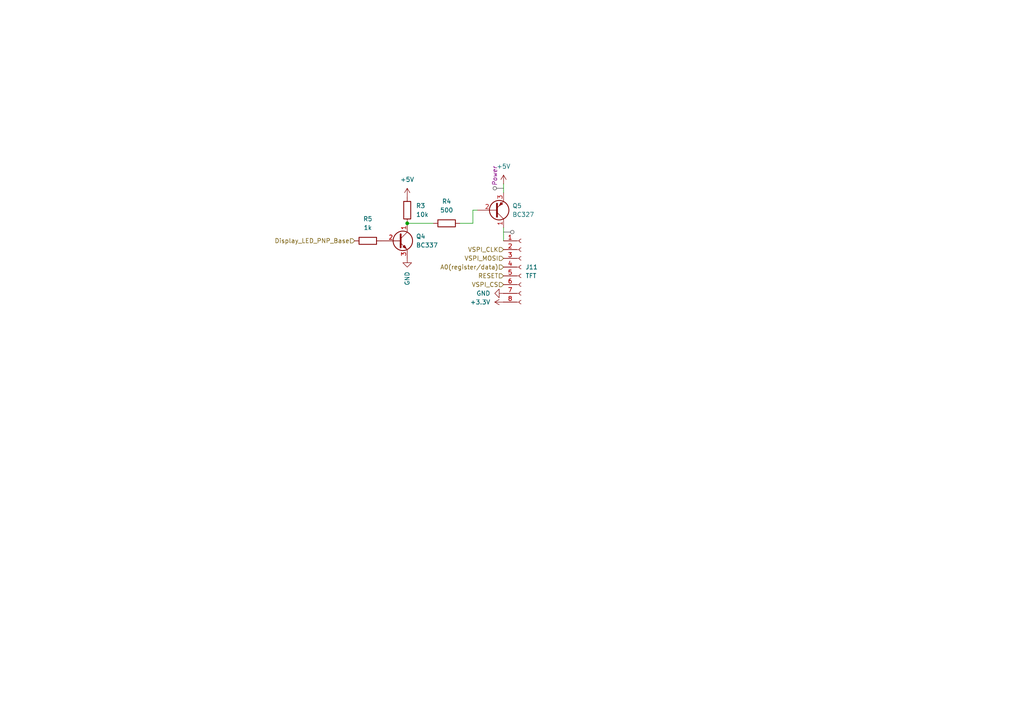
<source format=kicad_sch>
(kicad_sch (version 20231120) (generator "eeschema") (generator_version "8.0")
  (paper "A4")
  (lib_symbols
    (symbol "Connector:Conn_01x08_Socket" (pin_names (offset 1.016) hide)
      (property "Reference" "J" (at 0 10.16 0))
      (property "Value" "Conn_01x08_Socket" (at 0 -12.7 0))
      (symbol "Conn_01x08_Socket_1_1"
        (arc (start 0 -9.652) (mid -0.5058 -10.16) (end 0 -10.668) (stroke (width 0.1524)))
        (arc (start 0 -7.112) (mid -0.5058 -7.62) (end 0 -8.128) (stroke (width 0.1524)))
        (arc (start 0 -4.572) (mid -0.5058 -5.08) (end 0 -5.588) (stroke (width 0.1524)))
        (arc (start 0 -2.032) (mid -0.5058 -2.54) (end 0 -3.048) (stroke (width 0.1524)))
        (polyline (pts (xy -1.27 -10.16) (xy -0.508 -10.16)) (stroke (width 0.1524)))
        (polyline (pts (xy -1.27 -7.62) (xy -0.508 -7.62)) (stroke (width 0.1524)))
        (polyline (pts (xy -1.27 -5.08) (xy -0.508 -5.08)) (stroke (width 0.1524)))
        (polyline (pts (xy -1.27 -2.54) (xy -0.508 -2.54)) (stroke (width 0.1524)))
        (polyline (pts (xy -1.27 0) (xy -0.508 0)) (stroke (width 0.1524)))
        (polyline (pts (xy -1.27 2.54) (xy -0.508 2.54)) (stroke (width 0.1524)))
        (polyline (pts (xy -1.27 5.08) (xy -0.508 5.08)) (stroke (width 0.1524)))
        (polyline (pts (xy -1.27 7.62) (xy -0.508 7.62)) (stroke (width 0.1524)))
        (arc (start 0 0.508) (mid -0.5058 0) (end 0 -0.508) (stroke (width 0.1524)))
        (arc (start 0 3.048) (mid -0.5058 2.54) (end 0 2.032) (stroke (width 0.1524)))
        (arc (start 0 5.588) (mid -0.5058 5.08) (end 0 4.572) (stroke (width 0.1524)))
        (arc (start 0 8.128) (mid -0.5058 7.62) (end 0 7.112) (stroke (width 0.1524)))
        (pin passive line (at -5.08 7.62 0) (length 3.81) (name "Pin_1") (number "1"))
        (pin passive line (at -5.08 5.08 0) (length 3.81) (name "Pin_2") (number "2"))
        (pin passive line (at -5.08 2.54 0) (length 3.81) (name "Pin_3") (number "3"))
        (pin passive line (at -5.08 0 0) (length 3.81) (name "Pin_4") (number "4"))
        (pin passive line (at -5.08 -2.54 0) (length 3.81) (name "Pin_5") (number "5"))
        (pin passive line (at -5.08 -5.08 0) (length 3.81) (name "Pin_6") (number "6"))
        (pin passive line (at -5.08 -7.62 0) (length 3.81) (name "Pin_7") (number "7"))
        (pin passive line (at -5.08 -10.16 0) (length 3.81) (name "Pin_8") (number "8"))
      )
    )
    (symbol "Device:Q_NPN_CBE" (pin_names (offset 0) hide)
      (property "Reference" "Q" (at 5.08 1.27 0))
      (property "Value" "Q_NPN_CBE" (at 5.08 -1.27 0))
      (symbol "Q_NPN_CBE_0_1"
        (polyline (pts (xy 0.635 0.635) (xy 2.54 2.54)))
        (polyline (pts (xy 0.635 -0.635) (xy 2.54 -2.54) (xy 2.54 -2.54)))
        (polyline (pts (xy 0.635 1.905) (xy 0.635 -1.905) (xy 0.635 -1.905)) (stroke (width 0.508)))
        (polyline (pts (xy 1.27 -1.778) (xy 1.778 -1.27) (xy 2.286 -2.286) (xy 1.27 -1.778) (xy 1.27 -1.778)) (fill (type outline)))
        (circle (center 1.27 0) (radius 2.8194) (stroke (width 0.254)))
      )
      (symbol "Q_NPN_CBE_1_1"
        (pin passive line (at 2.54 5.08 270) (length 2.54) (name "C") (number "1"))
        (pin input line (at -5.08 0 0) (length 5.715) (name "B") (number "2"))
        (pin passive line (at 2.54 -5.08 90) (length 2.54) (name "E") (number "3"))
      )
    )
    (symbol "Device:Q_PNP_CBE" (pin_names (offset 0) hide)
      (property "Reference" "Q" (at 5.08 1.27 0))
      (property "Value" "Q_PNP_CBE" (at 5.08 -1.27 0))
      (symbol "Q_PNP_CBE_0_1"
        (polyline (pts (xy 0.635 0.635) (xy 2.54 2.54)))
        (polyline (pts (xy 0.635 -0.635) (xy 2.54 -2.54) (xy 2.54 -2.54)))
        (polyline (pts (xy 0.635 1.905) (xy 0.635 -1.905) (xy 0.635 -1.905)) (stroke (width 0.508)))
        (polyline (pts (xy 2.286 -1.778) (xy 1.778 -2.286) (xy 1.27 -1.27) (xy 2.286 -1.778) (xy 2.286 -1.778)) (fill (type outline)))
        (circle (center 1.27 0) (radius 2.8194) (stroke (width 0.254)))
      )
      (symbol "Q_PNP_CBE_1_1"
        (pin passive line (at 2.54 5.08 270) (length 2.54) (name "C") (number "1"))
        (pin input line (at -5.08 0 0) (length 5.715) (name "B") (number "2"))
        (pin passive line (at 2.54 -5.08 90) (length 2.54) (name "E") (number "3"))
      )
    )
    (symbol "Device:R" (pin_numbers hide) (pin_names (offset 0))
      (property "Reference" "R" (at 2.032 0 90))
      (property "Value" "R" (at 0 0 90))
      (symbol "R_0_1"
        (rectangle (start -1.016 -2.54) (end 1.016 2.54) (stroke (width 0.254)))
      )
      (symbol "R_1_1"
        (pin passive line (at 0 3.81 270) (length 1.27) (name "~") (number "1"))
        (pin passive line (at 0 -3.81 90) (length 1.27) (name "~") (number "2"))
      )
    )
    (symbol "power:+3.3V" (power) (pin_numbers hide) (pin_names (offset 0) hide)
      (property "Value" "+3.3V" (at 0 3.556 0))
      (symbol "+3.3V_0_1"
        (polyline (pts (xy -0.762 1.27) (xy 0 2.54)))
        (polyline (pts (xy 0 0) (xy 0 2.54)))
        (polyline (pts (xy 0 2.54) (xy 0.762 1.27)))
      )
      (symbol "+3.3V_1_1"
        (pin power_in line (at 0 0 90) (length 0) (name "~") (number "1"))
      )
    )
    (symbol "power:+5V" (power) (pin_numbers hide) (pin_names (offset 0) hide)
      (property "Value" "+5V" (at 0 3.556 0))
      (symbol "+5V_0_1"
        (polyline (pts (xy -0.762 1.27) (xy 0 2.54)))
        (polyline (pts (xy 0 0) (xy 0 2.54)))
        (polyline (pts (xy 0 2.54) (xy 0.762 1.27)))
      )
      (symbol "+5V_1_1"
        (pin power_in line (at 0 0 90) (length 0) (name "~") (number "1"))
      )
    )
    (symbol "power:GND" (power) (pin_numbers hide) (pin_names (offset 0) hide)
      (property "Value" "GND" (at 0 -3.81 0))
      (symbol "GND_0_1"
        (polyline (pts (xy 0 0) (xy 0 -1.27) (xy 1.27 -1.27) (xy 0 -2.54) (xy -1.27 -1.27) (xy 0 -1.27)))
      )
      (symbol "GND_1_1"
        (pin power_in line (at 0 0 270) (length 0) (name "~") (number "1"))
      )
    )
  )
  (junction (at 118.11 64.77))
  (wire (pts (xy 137.16 64.77) (xy 133.35 64.77)))
  (wire (pts (xy 137.16 60.96) (xy 137.16 64.77)))
  (wire (pts (xy 146.05 66.04) (xy 146.05 69.85)))
  (wire (pts (xy 146.05 53.34) (xy 146.05 55.88)))
  (wire (pts (xy 137.16 60.96) (xy 138.43 60.96)))
  (wire (pts (xy 118.11 64.77) (xy 125.73 64.77)))
  (hierarchical_label "Display_LED_PNP_Base" (shape input) (at 102.87 69.85 180))
  (hierarchical_label "RESET" (shape input) (at 146.05 80.01 180))
  (hierarchical_label "VSPI_CLK" (shape input) (at 146.05 72.39 180))
  (hierarchical_label "A0(register{slash}data)" (shape input) (at 146.05 77.47 180))
  (hierarchical_label "VSPI_MOSI" (shape input) (at 146.05 74.93 180))
  (hierarchical_label "VSPI_CS" (shape input) (at 146.05 82.55 180))
  (netclass_flag "" (length 2.54) (shape round) (at 146.05 67.31 270) (property "Netclass" "Power" (effects (hide yes))))
  (netclass_flag "" (length 2.54) (shape round) (at 146.05 54.61 90) (property "Netclass" "Power" (at 143.51 53.9115 90) (effects (font (italic yes)) (justify left))))
  (symbol (lib_id "power:GND") (at 146.05 85.09 270) (unit 1)
    (property "Reference" "#PWR025" (effects (hide yes)))
    (property "Value" "GND" (at 142.24 85.0899 90) (effects (justify right)))
    (property "Description" "Power symbol creates a global label with name \"GND\" , ground" (effects (hide yes)))
  )
  (symbol (lib_id "Device:R") (at 129.54 64.77 90) (unit 1)
    (property "Reference" "R4" (at 129.54 58.42 90))
    (property "Value" "500" (at 129.54 60.96 90))
    (property "Footprint" "Resistor_THT:R_Axial_DIN0204_L3.6mm_D1.6mm_P5.08mm_Horizontal" (effects (hide yes)))
    (property "Description" "Resistor" (effects (hide yes)))
  )
  (symbol (lib_id "Device:Q_PNP_CBE") (at 143.51 60.96 0) (mirror x) (unit 1)
    (property "Reference" "Q5" (at 148.59 59.6899 0) (effects (justify left)))
    (property "Value" "BC327" (at 148.59 62.2299 0) (effects (justify left)))
    (property "Footprint" "Package_TO_SOT_THT:TO-92" (effects (hide yes)))
    (property "Description" "PNP transistor, collector/base/emitter" (effects (hide yes)))
  )
  (symbol (lib_id "power:GND") (at 118.11 74.93 0) (unit 1)
    (property "Reference" "#PWR028" (effects (hide yes)))
    (property "Value" "GND" (at 118.1099 78.74 90) (effects (justify right)))
    (property "Description" "Power symbol creates a global label with name \"GND\" , ground" (effects (hide yes)))
  )
  (symbol (lib_id "power:+3.3V") (at 146.05 87.63 90) (unit 1)
    (property "Reference" "#PWR026" (effects (hide yes)))
    (property "Value" "+3.3V" (at 142.24 87.6299 90) (effects (justify left)))
    (property "Description" "Power symbol creates a global label with name \"+3.3V\"" (effects (hide yes)))
  )
  (symbol (lib_id "Device:R") (at 118.11 60.96 0) (unit 1)
    (property "Reference" "R3" (at 120.65 59.6899 0) (effects (justify left)))
    (property "Value" "10k" (at 120.65 62.2299 0) (effects (justify left)))
    (property "Footprint" "Resistor_THT:R_Axial_DIN0204_L3.6mm_D1.6mm_P5.08mm_Horizontal" (effects (hide yes)))
    (property "Description" "Resistor" (effects (hide yes)))
  )
  (symbol (lib_id "Connector:Conn_01x08_Socket") (at 151.13 77.47 0) (unit 1)
    (property "Reference" "J11" (at 152.4 77.4699 0) (effects (justify left)))
    (property "Value" "TFT" (at 152.4 80.0099 0) (effects (justify left)))
    (property "Footprint" "Connector_PinSocket_2.54mm:PinSocket_1x08_P2.54mm_Vertical" (effects (hide yes)))
    (property "Description" "Generic connector, single row, 01x08, script generated" (effects (hide yes)))
  )
  (symbol (lib_id "power:+5V") (at 146.05 53.34 0) (unit 1)
    (property "Reference" "#PWR024" (effects (hide yes)))
    (property "Value" "+5V" (at 146.05 48.26 0))
    (property "Description" "Power symbol creates a global label with name \"+5V\"" (effects (hide yes)))
  )
  (symbol (lib_id "Device:R") (at 106.68 69.85 90) (unit 1)
    (property "Reference" "R5" (at 106.68 63.5 90))
    (property "Value" "1k" (at 106.68 66.04 90))
    (property "Footprint" "Resistor_THT:R_Axial_DIN0204_L3.6mm_D1.6mm_P5.08mm_Horizontal" (effects (hide yes)))
    (property "Description" "Resistor" (effects (hide yes)))
  )
  (symbol (lib_id "power:+5V") (at 118.11 57.15 0) (unit 1)
    (property "Reference" "#PWR027" (effects (hide yes)))
    (property "Value" "+5V" (at 118.11 52.07 0))
    (property "Description" "Power symbol creates a global label with name \"+5V\"" (effects (hide yes)))
  )
  (symbol (lib_id "Device:Q_NPN_CBE") (at 115.57 69.85 0) (unit 1)
    (property "Reference" "Q4" (at 120.65 68.5799 0) (effects (justify left)))
    (property "Value" "BC337" (at 120.65 71.1199 0) (effects (justify left)))
    (property "Footprint" "Package_TO_SOT_THT:TO-92" (effects (hide yes)))
    (property "Description" "NPN transistor, collector/base/emitter" (effects (hide yes)))
  )
)
</source>
